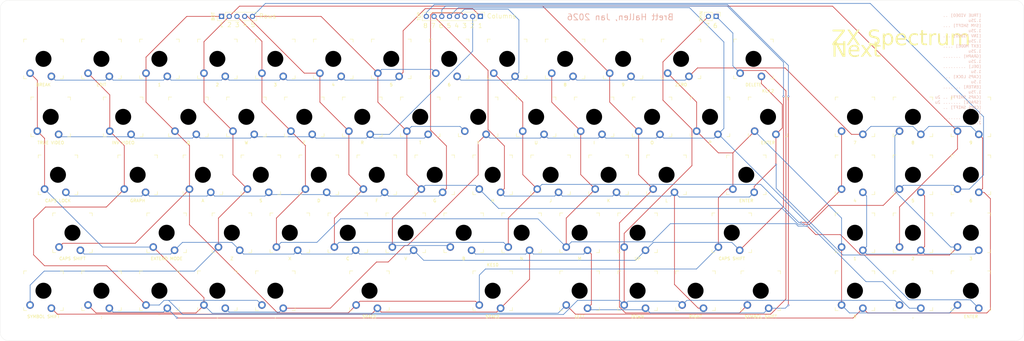
<source format=kicad_pcb>
(kicad_pcb (version 20241229) (generator "pcbnew") (generator_version "9.0")
  (title_block (title "ZX Spectrum Next Keyboard for Bare Board") (date "28/OCT/2025") (rev "A") (company "Brett Hallen") (comment 1 "www.youtube.com/@Brfff"))
  (layers (0 "F.Cu" signal) (2 "B.Cu" signal) (13 "F.Paste" user) (15 "B.Paste" user) (5 "F.SilkS" user "F.Silkscreen") (7 "B.SilkS" user "B.Silkscreen") (1 "F.Mask" user) (3 "B.Mask" user) (25 "Edge.Cuts" user))
  (net 0 "")
  (net 1 "/COL3")
  (net 2 "/COL8")
  (net 3 "/COL4")
  (net 4 "/COL7")
  (net 5 "/COL1")
  (net 6 "/COL6")
  (net 7 "/COL2")
  (net 8 "/COL5")
  (net 9 "/ROW4")
  (net 10 "/ROW5")
  (net 11 "/ROW2")
  (net 12 "/ROW3")
  (net 13 "/ROW1")
  (net 14 "/ROW6")
  (net 15 "/ROW7")
  (net 16 "Net-(NP1-Pad2)")
  (footprint "Clueless_Engineer:SW_Gateron_LowProfile_THT" (layer "F.Cu") (at 126.231786 142.032101)
    (property "Reference" "KD3" (hide yes))
    (property "Value" "Z")
  )
  (footprint "Clueless_Engineer:SW_Gateron_LowProfile_THT" (layer "F.Cu") (at 69.081686 122.982501)
    (property "Reference" "KC1" (hide yes))
    (property "Value" "CAPS LOCK")
  )
  (footprint "Clueless_Engineer:SW_Gateron_LowProfile_THT" (layer "F.Cu") (at 240.531786 142.032101)
    (property "Reference" "KD9" (hide yes))
    (property "Value" "M")
  )
  (footprint "Clueless_Engineer:SW_Gateron_LowProfile_THT" (layer "F.Cu") (at 202.431786 142.032101)
    (property "Reference" "KD7" (hide yes))
    (property "Value" "B")
  )
  (footprint "Clueless_Engineer:SW_Gateron_LowProfile_THT" (layer "F.Cu") (at 102.419086 161.082101)
    (property "Reference" "KE3" (hide yes))
    (property "Value" "\"")
  )
  (footprint "Clueless_Engineer:SW_Gateron_LowProfile_THT" (layer "F.Cu") (at 331.024686 142.032901)
    (property "Reference" "NP1" (hide yes))
    (property "Value" "1")
  )
  (footprint "Clueless_Engineer:SW_Gateron_LowProfile_THT" (layer "F.Cu") (at 83.369086 84.882101)
    (property "Reference" "KA2" (hide yes))
    (property "Value" "EDIT")
  )
  (footprint "Clueless_Engineer:SW_Gateron_LowProfile_THT" (layer "F.Cu") (at 369.125486 161.083301)
    (property "Reference" "NP12" (hide yes))
    (property "Value" "ENTER")
  )
  (footprint "Clueless_Engineer:SW_Gateron_LowProfile_THT" (layer "F.Cu") (at 226.244086 103.932101)
    (property "Reference" "KB9" (hide yes))
    (property "Value" "U")
  )
  (footprint "Clueless_Engineer:SW_Gateron_LowProfile_THT" (layer "F.Cu") (at 300.067786 161.083301)
    (property "Reference" "KE13" (hide yes))
    (property "Value" "SYMBOL SHIFT")
  )
  (footprint "Clueless_Engineer:SW_Gateron_LowProfile_THT" (layer "F.Cu") (at 350.075086 122.982501)
    (property "Reference" "NP5" (hide yes))
    (property "Value" "5")
  )
  (footprint "Clueless_Engineer:SW_Gateron_LowProfile_THT" (layer "F.Cu") (at 369.125486 142.032901)
    (property "Reference" "NP3" (hide yes))
    (property "Value" "3")
  )
  (footprint "Clueless_Engineer:SW_Gateron_LowProfile_THT" (layer "F.Cu") (at 104.800486 142.032101)
    (property "Reference" "KD2" (hide yes))
    (property "Value" "EXTEND MODE")
  )
  (footprint "Clueless_Engineer:SW_Gateron_LowProfile_THT" (layer "F.Cu") (at 221.481786 142.032101)
    (property "Reference" "KD8" (hide yes))
    (property "Value" "N")
  )
  (footprint "Clueless_Engineer:SW_Gateron_LowProfile_THT" (layer "F.Cu") (at 211.959686 161.083301)
    (property "Reference" "KE10")
    (property "Value" "SPACE")
  )
  (footprint "MountingHole:MountingHole_3.2mm_M3" (layer "F.Cu") (at 383.056001 174.056501)
    (property "Reference" "H8" (hide yes))
    (property "Value" "MountingHole" (hide yes))
  )
  (footprint "MountingHole:MountingHole_3.2mm_M3" (layer "F.Cu") (at 310.056001 174.056501)
    (property "Reference" "H6" (hide yes))
    (property "Value" "MountingHole" (hide yes))
  )
  (footprint "Clueless_Engineer:SW_Gateron_LowProfile_THT" (layer "F.Cu") (at 66.700386 103.932101)
    (property "Reference" "KB1" (hide yes))
    (property "Value" "TRUE VIDEO")
  )
  (footprint "Clueless_Engineer:SW_Gateron_LowProfile_THT" (layer "F.Cu") (at 197.669086 84.882101)
    (property "Reference" "KA8" (hide yes))
    (property "Value" "6")
  )
  (footprint "Clueless_Engineer:SW_Gateron_LowProfile_THT" (layer "F.Cu") (at 183.381786 142.032101)
    (property "Reference" "KD6" (hide yes))
    (property "Value" "V")
  )
  (footprint "Clueless_Engineer:SW_Gateron_LowProfile_THT" (layer "F.Cu") (at 207.194086 103.932101)
    (property "Reference" "KB8" (hide yes))
    (property "Value" "Y")
  )
  (footprint "Clueless_Engineer:SW_Gateron_LowProfile_THT" (layer "F.Cu") (at 350.075086 161.083301)
    (property "Reference" "NP11" (hide yes))
    (property "Value" ".")
  )
  (footprint "MountingHole:MountingHole_3.2mm_M3" (layer "F.Cu") (at 182.056001 174.056501)
    (property "Reference" "H5" (hide yes))
    (property "Value" "MountingHole" (hide yes))
  )
  (footprint "Clueless_Engineer:SW_Gateron_LowProfile_THT" (layer "F.Cu") (at 231.006686 122.982101)
    (property "Reference" "KC9" (hide yes))
    (property "Value" "J")
  )
  (footprint "Clueless_Engineer:SW_Gateron_LowProfile_THT" (layer "F.Cu") (at 90.512886 103.932101)
    (property "Reference" "KB2" (hide yes))
    (property "Value" "INV VIDEO")
  )
  (footprint "Clueless_Engineer:SW_Gateron_LowProfile_THT" (layer "F.Cu") (at 135.756686 122.982101)
    (property "Reference" "KC4" (hide yes))
    (property "Value" "S")
  )
  (footprint "Clueless_Engineer:SW_Gateron_LowProfile_THT" (layer "F.Cu") (at 171.477586 161.083301)
    (property "Reference" "KE6" (hide yes))
    (property "Value" "SPACE")
  )
  (footprint "Clueless_Engineer:SW_Gateron_LowProfile_THT" (layer "F.Cu") (at 173.856686 122.982101)
    (property "Reference" "KC6" (hide yes))
    (property "Value" "F")
  )
  (footprint "Clueless_Engineer:SW_Gateron_LowProfile_THT" (layer "F.Cu") (at 264.344086 103.932101)
    (property "Reference" "KB11" (hide yes))
    (property "Value" "O")
  )
  (footprint "Clueless_Engineer:SW_Gateron_LowProfile_THT" (layer "F.Cu") (at 130.994086 103.932101)
    (property "Reference" "KB4" (hide yes))
    (property "Value" "W")
  )
  (footprint "Clueless_Engineer:SW_Gateron_LowProfile_THT" (layer "F.Cu") (at 235.769086 84.882101)
    (property "Reference" "KA10" (hide yes))
    (property "Value" "8")
  )
  (footprint "MountingHole:MountingHole_3.2mm_M3" (layer "F.Cu") (at 53.556001 174.056501)
    (property "Reference" "H3" (hide yes))
    (property "Value" "MountingHole" (hide yes))
  )
  (footprint "Clueless_Engineer:SW_Gateron_LowProfile_THT" (layer "F.Cu") (at 154.806686 122.982101)
    (property "Reference" "KC5" (hide yes))
    (property "Value" "D")
  )
  (footprint "Clueless_Engineer:SW_Gateron_LowProfile_THT" (layer "F.Cu") (at 250.056686 122.982101)
    (property "Reference" "KC10" (hide yes))
    (property "Value" "K")
  )
  (footprint "Connector_PinHeader_2.54mm:PinHeader_1x08_P2.54mm_Vertical" (layer "F.Cu") (at 207.929086 70.922101 -90)
    (property "Reference" "J1" (hide yes))
    (property "Value" "TOP")
  )
  (footprint "Clueless_Engineer:SW_Gateron_LowProfile_THT" (layer "F.Cu") (at 116.706686 122.982101)
    (property "Reference" "KC3" (hide yes))
    (property "Value" "A")
  )
  (footprint "Clueless_Engineer:SW_Gateron_LowProfile_THT" (layer "F.Cu") (at 369.125486 122.982501)
    (property "Reference" "NP6" (hide yes))
    (property "Value" "6")
  )
  (footprint "Clueless_Engineer:SW_Gateron_LowProfile_THT" (layer "F.Cu") (at 269.106686 122.982101)
    (property "Reference" "KC11" (hide yes))
    (property "Value" "L")
  )
  (footprint "Clueless_Engineer:SW_Gateron_LowProfile_THT" (layer "F.Cu") (at 283.394086 103.932101)
    (property "Reference" "KB12" (hide yes))
    (property "Value" "P")
  )
  (footprint "Clueless_Engineer:SW_Gateron_LowProfile_THT" (layer "F.Cu") (at 150.044086 103.932101)
    (property "Reference" "KB5" (hide yes))
    (property "Value" "E")
  )
  (footprint "Clueless_Engineer:SW_Gateron_LowProfile_THT" (layer "F.Cu") (at 245.294086 103.932101)
    (property "Reference" "KB10" (hide yes))
    (property "Value" "I")
  )
  (footprint "Clueless_Engineer:SW_Gateron_LowProfile_THT" (layer "F.Cu") (at 121.469086 84.882101)
    (property "Reference" "KA4" (hide yes))
    (property "Value" "2")
  )
  (footprint "Clueless_Engineer:SW_Gateron_LowProfile_THT" (layer "F.Cu") (at 259.581786 142.032101)
    (property "Reference" "KD10" (hide yes))
    (property "Value" "UP")
  )
  (footprint "Clueless_Engineer:SW_Gateron_LowProfile_THT" (layer "F.Cu") (at 216.719086 84.882101)
    (property "Reference" "KA9" (hide yes))
    (property "Value" "7")
  )
  (footprint "Clueless_Engineer:SW_Gateron_LowProfile_THT" (layer "F.Cu") (at 302.449086 103.932101)
    (property "Reference" "KC12")
    (property "Value" "ENTER")
  )
  (footprint "Clueless_Engineer:SW_Gateron_LowProfile_THT" (layer "F.Cu") (at 188.144086 103.932101)
    (property "Reference" "KB7" (hide yes))
    (property "Value" "T")
  )
  (footprint "Clueless_Engineer:SW_Gateron_LowProfile_THT" (layer "F.Cu") (at 140.519086 84.882101)
    (property "Reference" "KA5" (hide yes))
    (property "Value" "3")
  )
  (footprint "Clueless_Engineer:SW_Gateron_LowProfile_THT" (layer "F.Cu") (at 140.519086 161.082101)
    (property "Reference" "KE5" (hide yes))
    (property "Value" ".")
  )
  (footprint "Clueless_Engineer:SW_Gateron_LowProfile_THT" (layer "F.Cu") (at 350.075086 103.932101)
    (property "Reference" "NP8" (hide yes))
    (property "Value" "8")
  )
  (footprint "Clueless_Engineer:SW_Gateron_LowProfile_THT" (layer "F.Cu") (at 369.125486 103.932101)
    (property "Reference" "NP9" (hide yes))
    (property "Value" "9")
  )
  (footprint "Clueless_Engineer:SW_Gateron_LowProfile_THT" (layer "F.Cu") (at 331.024686 103.932101)
    (property "Reference" "NP7" (hide yes))
    (property "Value" "7")
  )
  (footprint "Clueless_Engineer:SW_Gateron_LowProfile_THT" (layer "F.Cu") (at 350.075086 142.032901)
    (property "Reference" "NP2" (hide yes))
    (property "Value" "2")
  )
  (footprint "Clueless_Engineer:SW_Gateron_LowProfile_THT" (layer "F.Cu") (at 178.619086 84.882101)
    (property "Reference" "KA7" (hide yes))
    (property "Value" "5")
  )
  (footprint "Clueless_Engineer:SW_Gateron_LowProfile_THT" (layer "F.Cu") (at 95.275486 122.982101)
    (property "Reference" "KC2" (hide yes))
    (property "Value" "GRAPH")
  )
  (footprint "Clueless_Engineer:SW_Gateron_LowProfile_THT" (layer "F.Cu") (at 64.319086 84.882101)
    (property "Reference" "KA1" (hide yes))
    (property "Value" "BREAK")
  )
  (footprint "Clueless_Engineer:SW_Gateron_LowProfile_THT" (layer "F.Cu") (at 297.686486 84.881701)
    (property "Reference" "KA13" (hide yes))
    (property "Value" "DELETE")
  )
  (footprint "Clueless_Engineer:SW_Gateron_LowProfile_THT" (layer "F.Cu") (at 240.531786 161.082101)
    (property "Reference" "KE7" (hide yes))
    (property "Value" "LEFT")
  )
  (footprint "MountingHole:MountingHole_3.2mm_M3" (layer "F.Cu") (at 54.056001 71.056501)
    (property "Reference" "H1" (hide yes))
    (property "Value" "MountingHole" (hide yes))
  )
  (footprint "Clueless_Engineer:SW_Gateron_LowProfile_THT" (layer "F.Cu") (at 169.094086 103.932101)
    (property "Reference" "KB6" (hide yes))
    (property "Value" "R")
  )
  (footprint "Clueless_Engineer:SW_Gateron_LowProfile_THT" (layer "F.Cu") (at 73.844286 142.032101)
    (property "Reference" "KD1" (hide yes))
    (property "Value" "CAPS SHIFT")
  )
  (footprint "Clueless_Engineer:SW_Gateron_LowProfile_THT" (layer "F.Cu") (at 164.331786 142.032101)
    (property "Reference" "KD5" (hide yes))
    (property "Value" "C")
  )
  (footprint "Clueless_Engineer:SW_Gateron_LowProfile_THT" (layer "F.Cu") (at 159.569086 84.882101)
    (property "Reference" "KA6" (hide yes))
    (property "Value" "4")
  )
  (footprint "Clueless_Engineer:SW_Gateron_LowProfile_THT" (layer "F.Cu") (at 111.944086 103.932101)
    (property "Reference" "KB3" (hide yes))
    (property "Value" "Q")
  )
  (footprint "Clueless_Engineer:SW_Gateron_LowProfile_THT" (layer "F.Cu") (at 290.542586 142.032901)
    (property "Reference" "KD11" (hide yes))
    (property "Value" "CAPS SHIFT")
  )
  (footprint "Clueless_Engineer:SW_Gateron_LowProfile_THT" (layer "F.Cu") (at 278.636086 161.083301)
    (property "Reference" "KE9" (hide yes))
    (property "Value" "RIGHT")
  )
  (footprint "Clueless_Engineer:SW_Gateron_LowProfile_THT" (layer "F.Cu") (at 254.819086 84.882101)
    (property "Reference" "KA11" (hide yes))
    (property "Value" "9")
  )
  (footprint "Connector_PinHeader_2.54mm:PinHeader_1x05_P2.54mm_Vertical" (layer "F.Cu") (at 122.839086 70.922101 90)
    (property "Reference" "J2" (hide yes))
    (property "Value" "BOT")
  )
  (footprint "Clueless_Engineer:SW_Gateron_LowProfile_THT" (layer "F.Cu") (at 102.419086 84.882101)
    (property "Reference" "KA3" (hide yes))
    (property "Value" "1")
  )
  (footprint "MountingHole:MountingHole_3.2mm_M3" (layer "F.Cu") (at 383.056001 71.056501)
    (property "Reference" "H7" (hide yes))
    (property "Value" "MountingHole" (hide yes))
  )
  (footprint "Clueless_Engineer:SW_Gateron_LowProfile_THT" (layer "F.Cu") (at 121.469086 161.082101)
    (property "Reference" "KE4" (hide yes))
    (property "Value" ",")
  )
  (footprint "Clueless_Engineer:SW_Gateron_LowProfile_THT" (layer "F.Cu") (at 295.305186 122.982501)
    (property "Reference" "KB13" (hide yes))
    (property "Value" "ENTER")
  )
  (footprint "Clueless_Engineer:SW_Gateron_LowProfile_THT" (layer "F.Cu") (at 259.585686 161.083301)
    (property "Reference" "KE8" (hide yes))
    (property "Value" "DOWN")
  )
  (footprint "MountingHole:MountingHole_3.2mm_M3" (layer "F.Cu") (at 182.056001 71.056501)
    (property "Reference" "H2" (hide yes))
    (property "Value" "MountingHole" (hide yes))
  )
  (footprint "Clueless_Engineer:SW_Gateron_LowProfile_THT" (layer "F.Cu") (at 192.906686 122.982101)
    (property "Reference" "KC7" (hide yes))
    (property "Value" "G")
  )
  (footprint "Clueless_Engineer:SW_Gateron_LowProfile_THT" (layer "F.Cu") (at 64.319086 161.082101)
    (property "Reference" "KE1" (hide yes))
    (property "Value" "SYMBOL SHIFT")
  )
  (footprint "Clueless_Engineer:SW_Gateron_LowProfile_THT" (layer "F.Cu") (at 273.869086 84.882101)
    (property "Reference" "KA12" (hide yes))
    (property "Value" "ZERO")
  )
  (footprint "Clueless_Engineer:SW_Gateron_LowProfile_THT" (layer "F.Cu") (at 331.024686 161.083301)
    (property "Reference" "NP10" (hide yes))
    (property "Value" "0")
  )
  (footprint "Connector_PinHeader_2.54mm:PinHeader_1x02_P2.54mm_Vertical" (layer "F.Cu") (at 285.399086 70.922101 -90)
    (property "Reference" "J3" (hide yes))
    (property "Value" "2PIN")
  )
  (footprint "Clueless_Engineer:SW_Gateron_LowProfile_THT" (layer "F.Cu") (at 331.024686 122.982501)
    (property "Reference" "NP4" (hide yes))
    (property "Value" "4")
  )
  (footprint "MountingHole:MountingHole_3.2mm_M3" (layer "F.Cu") (at 310.056001 71.056501)
    (property "Reference" "H4" (hide yes))
    (property "Value" "MountingHole" (hide yes))
  )
  (footprint "Clueless_Engineer:SW_Gateron_LowProfile_THT" (layer "F.Cu") (at 145.281786 142.032101)
    (property "Reference" "KD4" (hide yes))
    (property "Value" "X")
  )
  (footprint "Clueless_Engineer:SW_Gateron_LowProfile_THT" (layer "F.Cu") (at 83.369086 161.082101)
    (property "Reference" "KE2" (hide yes))
    (property "Value" ";")
  )
  (footprint "Clueless_Engineer:SW_Gateron_LowProfile_THT" (layer "F.Cu") (at 211.956686 122.982101)
    (property "Reference" "KC8" (hide yes))
    (property "Value" "H")
  )
  (gr_arc (start 383.556001 65.556501) (mid 385.67732 66.435181) (end 386.556001 68.556501) (stroke (width 0.05)) (layer "Edge.Cuts"))
  (gr_line (start 383.556001 177.556501) (end 53.056001 177.556501) (stroke (width 0.05)) (layer "Edge.Cuts"))
  (gr_arc (start 53.056001 177.556501) (mid 50.93468 176.677822) (end 50.056001 174.556501) (stroke (width 0.05)) (layer "Edge.Cuts"))
  (gr_arc (start 386.556001 174.556501) (mid 385.677321 176.677821) (end 383.556001 177.556501) (stroke (width 0.05)) (layer "Edge.Cuts"))
  (gr_line (start 386.556001 68.556501) (end 386.556001 174.556501) (stroke (width 0.05)) (layer "Edge.Cuts"))
  (gr_line (start 50.056001 174.556501) (end 50.056001 68.556501) (stroke (width 0.05)) (layer "Edge.Cuts"))
  (gr_arc (start 50.056001 68.556501) (mid 50.934681 66.435181) (end 53.056001 65.556501) (stroke (width 0.05)) (layer "Edge.Cuts"))
  (gr_line (start 53.056001 65.556501) (end 383.556001 65.556501) (stroke (width 0.05)) (layer "Edge.Cuts"))
  (gr_text "ZX Spectrum" (at 323.296001 81.216501 0) (layer "F.SilkS") (effects (font (size 5 5) (thickness 0.375)) (justify left bottom)))
  (gr_text "1 2 3 4 5" (at 122.056001 74.556501 0) (layer "F.SilkS") (effects (font (size 1.5 1.5)) (justify left bottom)))
  (gr_text "7 6" (at 281.751001 74.866501 0) (layer "F.SilkS") (effects (font (size 1.5 1.5)) (justify left bottom)))
  (gr_text "8 7 6 5 4 3 2 1" (at 189.041001 74.866501 0) (layer "F.SilkS") (effects (font (size 1.5 1.5)) (justify left bottom)))
  (gr_text "Rows" (at 135.066001 71.691501 0) (layer "F.SilkS") (effects (font (size 1.5 1.5)) (justify left bottom)))
  (gr_text "Columns" (at 209.996001 71.691501 0) (layer "F.SilkS") (effects (font (size 1.5 1.5)) (justify left bottom)))
  (gr_text "Next" (at 323.296001 85.026501 0) (layer "F.SilkS") (effects (font (size 5 5) (thickness 0.375)) (justify left bottom)))
  (gr_text "Brett Hallen, Jan 2026" (at 271.591001 72.326501 0) (layer "B.SilkS") (effects (font (size 2 2) (thickness 0.25)) (justify left bottom mirror)))
  (gr_text_box "[TRUE VIDEO] .. 1.25u\n[SYM SHIFT] ... 1.25u\n[INV VIDEO] ... 1.25u\n[EXT MODE] .... 1.25u\n[GRAPH] ....... 1.25u\n[DEL] ......... 1.5u\n[CAPS LOCK] ... 1.5u\n[ENTER] ....... 1.75u\n[CAPS SHIFT] .. 2u\n[SPACE] ....... 2u\n[CAPS SHIFT] .. 2.25u\n[SPACE] ....... 2.25u" (start 355.243742 69.056501) (end 373.556001 85.637942) (margins 1.0025 1.0025 1.0025 1.0025) (layer "B.SilkS") (effects (font (size 1 1)) (justify left top mirror)) (border no))
  (segment (start 196.756685 127.482102) (end 195.506686 128.732101) (width 0.2) (layer "F.Cu") (net 1))
  (segment (start 202.849086 70.922101) (end 201.698086 69.771101) (width 0.2) (layer "F.Cu") (net 1))
  (segment (start 192.212326 69.771101) (end 191.538086 70.445341) (width 0.2) (layer "F.Cu") (net 1))
  (segment (start 196.756685 113.501254) (end 196.756685 127.482102) (width 0.2) (layer "F.Cu") (net 1))
  (segment (start 201.698086 69.771101) (end 192.212326 69.771101) (width 0.2) (layer "F.Cu") (net 1))
  (segment (start 191.538086 108.282655) (end 196.756685 113.501254) (width 0.2) (layer "F.Cu") (net 1))
  (segment (start 191.538086 70.445341) (end 191.538086 108.282655) (width 0.2) (layer "F.Cu") (net 1))
  (segment (start 118.056687 129.9821) (end 119.306686 128.732101) (width 0.2) (layer "B.Cu") (net 1))
  (segment (start 72.931685 129.9821) (end 96.625487 129.9821) (width 0.2) (layer "B.Cu") (net 1))
  (segment (start 177.706685 129.9821) (end 176.456686 128.732101) (width 0.2) (layer "B.Cu") (net 1))
  (segment (start 119.306686 128.732101) (end 120.556685 129.9821) (width 0.2) (layer "B.Cu") (net 1))
  (segment (start 194.256687 129.9821) (end 177.706685 129.9821) (width 0.2) (layer "B.Cu") (net 1))
  (segment (start 97.875486 128.732101) (end 99.125485 129.9821) (width 0.2) (layer "B.Cu") (net 1))
  (segment (start 138.356686 128.732101) (end 139.106686 129.482101) (width 0.2) (layer "B.Cu") (net 1))
  (segment (start 139.106686 129.482101) (end 156.656686 129.482101) (width 0.2) (layer "B.Cu") (net 1))
  (segment (start 158.656685 129.9821) (end 175.206687 129.9821) (width 0.2) (layer "B.Cu") (net 1))
  (segment (start 99.125485 129.9821) (end 118.056687 129.9821) (width 0.2) (layer "B.Cu") (net 1))
  (segment (start 120.556685 129.9821) (end 137.106687 129.9821) (width 0.2) (layer "B.Cu") (net 1))
  (segment (start 195.506686 128.732101) (end 194.256687 129.9821) (width 0.2) (layer "B.Cu") (net 1))
  (segment (start 137.106687 129.9821) (end 138.356686 128.732101) (width 0.2) (layer "B.Cu") (net 1))
  (segment (start 157.406686 128.732101) (end 158.656685 129.9821) (width 0.2) (layer "B.Cu") (net 1))
  (segment (start 71.681686 128.732101) (end 72.931685 129.9821) (width 0.2) (layer "B.Cu") (net 1))
  (segment (start 156.656686 129.482101) (end 157.406686 128.732101) (width 0.2) (layer "B.Cu") (net 1))
  (segment (start 96.625487 129.9821) (end 97.875486 128.732101) (width 0.2) (layer "B.Cu") (net 1))
  (segment (start 175.206687 129.9821) (end 176.456686 128.732101) (width 0.2) (layer "B.Cu") (net 1))
  (segment (start 244.381785 165.582102) (end 243.131786 166.832101) (width 0.2) (layer "F.Cu") (net 2))
  (segment (start 243.131786 147.782101) (end 244.381785 149.0321) (width 0.2) (layer "F.Cu") (net 2))
  (segment (start 244.381785 149.0321) (end 244.381785 165.582102) (width 0.2) (layer "F.Cu") (net 2))
  (segment (start 174.077586 166.833301) (end 175.327585 168.0833) (width 0.2) (layer "F.Cu") (net 2))
  (segment (start 175.327585 168.0833) (end 213.309687 168.0833) (width 0.2) (layer "F.Cu") (net 2))
  (segment (start 309.137786 165.838601) (end 309.137786 97.238601) (width 0.2) (layer "F.Cu") (net 2))
  (segment (start 66.919086 166.832101) (end 68.871086 168.784101) (width 0.2) (layer "F.Cu") (net 2))
  (segment (start 224.081786 157.311201) (end 224.081786 147.782101) (width 0.2) (layer "F.Cu") (net 2))
  (segment (start 172.126786 168.784101) (end 174.077586 166.833301) (width 0.2) (layer "F.Cu") (net 2))
  (segment (start 68.871086 168.784101) (end 172.126786 168.784101) (width 0.2) (layer "F.Cu") (net 2))
  (segment (start 214.559686 166.833301) (end 224.081786 157.311201) (width 0.2) (layer "F.Cu") (net 2))
  (segment (start 213.309687 168.0833) (end 214.559686 166.833301) (width 0.2) (layer "F.Cu") (net 2))
  (via (at 309.137786 165.838601) (size 0.6) (drill 0.3) (layers "F.Cu" "B.Cu") (net 2))
  (via (at 309.137786 97.238601) (size 0.6) (drill 0.3) (layers "F.Cu" "B.Cu") (net 2))
  (segment (start 225.331785 149.0321) (end 241.881787 149.0321) (width 0.2) (layer "B.Cu") (net 2))
  (segment (start 308.737786 86.640801) (end 289.153486 67.056501) (width 0.2) (layer "B.Cu") (net 2))
  (segment (start 308.737786 86.640801) (end 309.137786 87.040801) (width 0.2) (layer "B.Cu") (net 2))
  (segment (start 243.131786 166.832101) (end 243.632786 167.333101) (width 0.2) (layer "B.Cu") (net 2))
  (segment (start 222.831787 149.0321) (end 224.081786 147.782101) (width 0.2) (layer "B.Cu") (net 2))
  (segment (start 261.680786 167.333101) (end 262.181786 166.832101) (width 0.2) (layer "B.Cu") (net 2))
  (segment (start 263.732786 168.383101) (end 301.117986 168.383101) (width 0.2) (layer "B.Cu") (net 2))
  (segment (start 224.081786 147.782101) (end 225.331785 149.0321) (width 0.2) (layer "B.Cu") (net 2))
  (segment (start 243.632786 167.333101) (end 261.680786 167.333101) (width 0.2) (layer "B.Cu") (net 2))
  (segment (start 308.132486 166.833301) (end 302.667786 166.833301) (width 0.2) (layer "B.Cu") (net 2))
  (segment (start 302.667786 166.833301) (end 301.117986 168.383101) (width 0.2) (layer "B.Cu") (net 2))
  (segment (start 241.881787 149.0321) (end 243.131786 147.782101) (width 0.2) (layer "B.Cu") (net 2))
  (segment (start 262.181786 166.832101) (end 263.732786 168.383101) (width 0.2) (layer "B.Cu") (net 2))
  (segment (start 309.137786 87.040801) (end 309.137786 97.238601) (width 0.2) (layer "B.Cu") (net 2))
  (segment (start 309.137786 165.838601) (end 309.127186 165.838601) (width 0.2) (layer "B.Cu") (net 2))
  (segment (start 309.127186 165.838601) (end 308.132486 166.833301) (width 0.2) (layer "B.Cu") (net 2))
  (segment (start 190.149086 69.652101) (end 190.149086 70.922101) (width 0.2) (layer "B.Cu") (net 2))
  (segment (start 192.744686 67.056501) (end 190.149086 69.652101) (width 0.2) (layer "B.Cu") (net 2))
  (segment (start 205.031786 147.782101) (end 206.281785 149.0321) (width 0.2) (layer "B.Cu") (net 2))
  (segment (start 289.153486 67.056501) (end 192.744686 67.056501) (width 0.2) (layer "B.Cu") (net 2))
  (segment (start 206.281785 149.0321) (end 222.831787 149.0321) (width 0.2) (layer "B.Cu") (net 2))
  (segment (start 373.431686 128.732501) (end 371.725486 128.732501) (width 0.2) (layer "F.Cu") (net 3))
  (segment (start 375.537786 167.238601) (end 375.537786 130.838601) (width 0.2) (layer "F.Cu") (net 3))
  (segment (start 375.537786 130.838601) (end 373.431686 128.732501) (width 0.2) (layer "F.Cu") (net 3))
  (segment (start 308.100709 87.914678) (end 308.044132 87.858101) (width 0.2) (layer "F.Cu") (net 3))
  (segment (start 86.345086 166.456101) (end 85.969086 166.832101) (width 0.2) (layer "F.Cu") (net 3))
  (segment (start 374.392086 168.384301) (end 375.537786 167.238601) (width 0.2) (layer "F.Cu") (net 3))
  (segment (start 371.725486 109.682101) (end 372.975485 110.9321) (width 0.2) (layer "F.Cu") (net 3))
  (segment (start 329.868132 109.682101) (end 308.044132 87.858101) (width 0.2) (layer "F.Cu") (net 3))
  (segment (start 333.624686 166.833301) (end 335.175686 168.384301) (width 0.2) (layer "F.Cu") (net 3))
  (segment (start 330.401486 170.056501) (end 333.624686 166.833301) (width 0.2) (layer "F.Cu") (net 3))
  (segment (start 308.044132 87.858101) (end 279.243086 87.858101) (width 0.2) (layer "F.Cu") (net 3))
  (segment (start 333.624686 109.682101) (end 329.868132 109.682101) (width 0.2) (layer "F.Cu") (net 3))
  (segment (start 372.975485 110.9321) (end 372.975485 127.482502) (width 0.2) (layer "F.Cu") (net 3))
  (segment (start 372.975485 127.482502) (end 371.725486 128.732501) (width 0.2) (layer "F.Cu") (net 3))
  (segment (start 108.149743 169.962759) (end 108.243485 170.056501) (width 0.2) (layer "F.Cu") (net 3))
  (segment (start 335.175686 168.384301) (end 374.392086 168.384301) (width 0.2) (layer "F.Cu") (net 3))
  (segment (start 279.243086 87.858101) (end 276.469086 90.632101) (width 0.2) (layer "F.Cu") (net 3))
  (segment (start 108.243485 170.056501) (end 330.401486 170.056501) (width 0.2) (layer "F.Cu") (net 3))
  (segment (start 308.044132 87.858101) (end 307.937786 87.858101) (width 0.2) (layer "F.Cu") (net 3))
  (via (at 108.149743 169.962759) (size 0.6) (drill 0.3) (layers "F.Cu" "B.Cu") (net 3))
  (segment (start 220.569085 89.382102) (end 219.319086 90.632101) (width 0.2) (layer "B.Cu") (net 3))
  (segment (start 256.169087 91.8821) (end 239.619085 91.8821) (width 0.2) (layer "B.Cu") (net 3))
  (segment (start 258.669085 91.8821) (end 257.419086 90.632101) (width 0.2) (layer "B.Cu") (net 3))
  (segment (start 369.124486 107.081101) (end 355.276086 107.081101) (width 0.2) (layer "B.Cu") (net 3))
  (segment (start 220.569085 72.0651) (end 220.569085 89.382102) (width 0.2) (layer "B.Cu") (net 3))
  (segment (start 220.569085 91.8821) (end 237.119087 91.8821) (width 0.2) (layer "B.Cu") (net 3))
  (segment (start 355.276086 107.081101) (end 352.675086 109.682101) (width 0.2) (layer "B.Cu") (net 3))
  (segment (start 336.225686 107.081101) (end 333.624686 109.682101) (width 0.2) (layer "B.Cu") (net 3))
  (segment (start 201.519085 91.8821) (end 218.069087 91.8821) (width 0.2) (layer "B.Cu") (net 3))
  (segment (start 276.469086 90.632101) (end 275.219087 91.8821) (width 0.2) (layer "B.Cu") (net 3))
  (segment (start 200.269086 90.632101) (end 201.519085 91.8821) (width 0.2) (layer "B.Cu") (net 3))
  (segment (start 85.969086 166.832101) (end 87.219085 168.0821) (width 0.2) (layer "B.Cu") (net 3))
  (segment (start 371.725486 109.682101) (end 369.124486 107.081101) (width 0.2) (layer "B.Cu") (net 3))
  (segment (start 202.674686 68.556501) (end 217.060486 68.556501) (width 0.2) (layer "B.Cu") (net 3))
  (segment (start 200.309086 70.922101) (end 202.674686 68.556501) (width 0.2) (layer "B.Cu") (net 3))
  (segment (start 103.769087 168.0821) (end 105.019086 166.832101) (width 0.2) (layer "B.Cu") (net 3))
  (segment (start 350.074086 107.081101) (end 336.225686 107.081101) (width 0.2) (layer "B.Cu") (net 3))
  (segment (start 108.149743 169.962759) (end 105.019086 166.832101) (width 0.2) (layer "B.Cu") (net 3))
  (segment (start 352.675086 109.682101) (end 350.074086 107.081101) (width 0.2) (layer "B.Cu") (net 3))
  (segment (start 239.619085 91.8821) (end 238.369086 90.632101) (width 0.2) (layer "B.Cu") (net 3))
  (segment (start 108.149744 169.962759) (end 108.149743 169.962759) (width 0.2) (layer "B.Cu") (net 3))
  (segment (start 237.119087 91.8821) (end 238.369086 90.632101) (width 0.2) (layer "B.Cu") (net 3))
  (segment (start 257.419086 90.632101) (end 256.169087 91.8821) (width 0.2) (layer "B.Cu") (net 3))
  (segment (start 275.219087 91.8821) (end 258.669085 91.8821) (width 0.2) (layer "B.Cu") (net 3))
  (segment (start 219.319086 90.632101) (end 220.569085 91.8821) (width 0.2) (layer "B.Cu") (net 3))
  (segment (start 217.060486 68.556501) (end 220.569085 72.0651) (width 0.2) (layer "B.Cu") (net 3))
  (segment (start 87.219085 168.0821) (end 103.769087 168.0821) (width 0.2) (layer "B.Cu") (net 3))
  (segment (start 218.069087 91.8821) (end 219.319086 90.632101) (width 0.2) (layer "B.Cu") (net 3))
  (segment (start 307.137786 99.869501) (end 300.286486 93.018201) (width 0.2) (layer "F.Cu") (net 4))
  (segment (start 305.049086 119.638601) (end 304.894748 119.792939) (width 0.2) (layer "F.Cu") (net 4))
  (segment (start 215.806685 127.482102) (end 214.556686 128.732101) (width 0.2) (layer "F.Cu") (net 4))
  (segment (start 307.137786 107.593401) (end 307.137786 99.869501) (width 0.2) (layer "F.Cu") (net 4))
  (segment (start 279.519086 166.832101) (end 281.231786 166.832101) (width 0.2) (layer "F.Cu") (net 4))
  (segment (start 304.894748 119.838601) (end 297.905186 126.828163) (width 0.2) (layer "F.Cu") (net 4))
  (segment (start 210.436532 88.669547) (end 210.436532 108.131101) (width 0.2) (layer "F.Cu") (net 4))
  (segment (start 305.049086 119.638601) (end 305.049086 109.682101) (width 0.2) (layer "F.Cu") (net 4))
  (segment (start 271.706686 128.732101) (end 271.706686 159.019701) (width 0.2) (layer "F.Cu") (net 4))
  (segment (start 300.286486 93.018201) (end 300.286486 90.631701) (width 0.2) (layer "F.Cu") (net 4))
  (segment (start 192.689086 70.922101) (end 210.436532 88.669547) (width 0.2) (layer "F.Cu") (net 4))
  (segment (start 210.436532 108.131101) (end 215.806685 113.501254) (width 0.2) (layer "F.Cu") (net 4))
  (segment (start 215.806685 113.501254) (end 215.806685 127.482102) (width 0.2) (layer "F.Cu") (net 4))
  (segment (start 271.706686 159.019701) (end 279.519086 166.832101) (width 0.2) (layer "F.Cu") (net 4))
  (segment (start 305.049086 109.682101) (end 307.137786 107.593401) (width 0.2) (layer "F.Cu") (net 4))
  (segment (start 304.894748 119.792939) (end 304.894748 119.838601) (width 0.2) (layer "F.Cu") (net 4))
  (segment (start 297.905186 126.828163) (end 297.905186 128.732501) (width 0.2) (layer "F.Cu") (net 4))
  (via (at 305.049086 119.638601) (size 0.6) (drill 0.3) (layers "F.Cu" "B.Cu") (net 4))
  (segment (start 305.049086 119.638601) (end 305.137786 119.727301) (width 0.2) (layer "B.Cu") (net 4))
  (segment (start 305.137786 119.727301) (end 305.137786 127.439447) (width 0.2) (layer "B.Cu") (net 4))
  (segment (start 296.353167 130.28452) (end 273.259105 130.28452) (width 0.2) (layer "B.Cu") (net 4))
  (segment (start 348.758486 164.059301) (end 368.951486 164.059301) (width 0.2) (layer "B.Cu") (net 4))
  (segment (start 251.406687 129.9821) (end 234.856685 129.9821) (width 0.2) (layer "B.Cu") (net 4))
  (segment (start 271.706686 128.732101) (end 270.456687 129.9821) (width 0.2) (layer "B.Cu") (net 4))
  (segment (start 273.259105 130.28452) (end 271.706686 128.732101) (width 0.2) (layer "B.Cu") (net 4))
  (segment (start 305.137786 127.439447) (end 327.03224 149.333901) (width 0.2) (layer "B.Cu") (net 4))
  (segment (start 368.951486 164.059301) (end 371.725486 166.833301) (width 0.2) (layer "B.Cu") (net 4))
  (segment (start 233.606686 128.732101) (end 232.356687 129.9821) (width 0.2) (layer "B.Cu") (net 4))
  (segment (start 327.03224 149.333901) (end 334.033086 149.333901) (width 0.2) (layer "B.Cu") (net 4))
  (segment (start 334.033086 149.333901) (end 348.758486 164.059301) (width 0.2) (layer "B.Cu") (net 4))
  (segment (start 253.906685 129.9821) (end 252.656686 128.732101) (width 0.2) (layer "B.Cu") (net 4))
  (segment (start 232.356687 129.9821) (end 215.806685 129.9821) (width 0.2) (layer "B.Cu") (net 4))
  (segment (start 252.656686 128.732101) (end 251.406687 129.9821) (width 0.2) (layer "B.Cu") (net 4))
  (segment (start 270.456687 129.9821) (end 253.906685 129.9821) (width 0.2) (layer "B.Cu") (net 4))
  (segment (start 234.856685 129.9821) (end 233.606686 128.732101) (width 0.2) (layer "B.Cu") (net 4))
  (segment (start 215.806685 129.9821) (end 214.556686 128.732101) (width 0.2) (layer "B.Cu") (net 4))
  (segment (start 297.905186 128.732501) (end 296.353167 130.28452) (width 0.2) (layer "B.Cu") (net 4))
  (segment (start 189.769086 68.382101) (end 182.529086 75.622101) (width 0.2) (layer "F.Cu") (net 5))
  (segment (start 182.529086 75.622101) (end 182.529086 89.322101) (width 0.2) (layer "F.Cu") (net 5))
  (segment (start 182.529086 89.322101) (end 181.219086 90.632101) (width 0.2) (layer "F.Cu") (net 5))
  (segment (start 205.389086 68.382101) (end 189.769086 68.382101) (width 0.2) (layer "F.Cu") (net 5))
  (segment (start 207.929086 70.922101) (end 205.389086 68.382101) (width 0.2) (layer "F.Cu") (net 5))
  (segment (start 160.919087 91.8821) (end 162.169086 90.632101) (width 0.2) (layer "B.Cu") (net 5))
  (segment (start 122.819087 91.8821) (end 124.069086 90.632101) (width 0.2) (layer "B.Cu") (net 5))
  (segment (start 84.719087 91.8821) (end 85.969086 90.632101) (width 0.2) (layer "B.Cu") (net 5))
  (segment (start 162.169086 90.632101) (end 163.419085 91.8821) (width 0.2) (layer "B.Cu") (net 5))
  (segment (start 103.769087 91.8821) (end 105.019086 90.632101) (width 0.2) (layer "B.Cu") (net 5))
  (segment (start 163.419085 91.8821) (end 179.969087 91.8821) (width 0.2) (layer "B.Cu") (net 5))
  (segment (start 141.869087 91.8821) (end 143.119086 90.632101) (width 0.2) (layer "B.Cu") (net 5))
  (segment (start 179.969087 91.8821) (end 181.219086 90.632101) (width 0.2) (layer "B.Cu") (net 5))
  (segment (start 87.219085 91.8821) (end 103.769087 91.8821) (width 0.2) (layer "B.Cu") (net 5))
  (segment (start 105.019086 90.632101) (end 106.269085 91.8821) (width 0.2) (layer "B.Cu") (net 5))
  (segment (start 144.369085 91.8821) (end 160.919087 91.8821) (width 0.2) (layer "B.Cu") (net 5))
  (segment (start 66.919086 90.632101) (end 68.169085 91.8821) (width 0.2) (layer "B.Cu") (net 5))
  (segment (start 125.319085 91.8821) (end 141.869087 91.8821) (width 0.2) (layer "B.Cu") (net 5))
  (segment (start 85.969086 90.632101) (end 87.219085 91.8821) (width 0.2) (layer "B.Cu") (net 5))
  (segment (start 106.269085 91.8821) (end 122.819087 91.8821) (width 0.2) (layer "B.Cu") (net 5))
  (segment (start 124.069086 90.632101) (end 125.319085 91.8821) (width 0.2) (layer "B.Cu") (net 5))
  (segment (start 143.119086 90.632101) (end 144.369085 91.8821) (width 0.2) (layer "B.Cu") (net 5))
  (segment (start 68.169085 91.8821) (end 84.719087 91.8821) (width 0.2) (layer "B.Cu") (net 5))
  (segment (start 106.341786 147.782101) (end 107.400486 147.782101) (width 0.2) (layer "F.Cu") (net 6))
  (segment (start 307.537786 133.387701) (end 307.537786 97.238601) (width 0.2) (layer "F.Cu") (net 6))
  (segment (start 293.142586 147.782901) (end 307.537786 133.387701) (width 0.2) (layer "F.Cu") (net 6))
  (via (at 307.537786 97.238601) (size 0.6) (drill 0.3) (layers "F.Cu" "B.Cu") (net 6))
  (segment (start 107.400486 147.782101) (end 110.001486 145.181101) (width 0.2) (layer "B.Cu") (net 6))
  (segment (start 189.281786 151.082101) (end 185.981786 147.782101) (width 0.2) (layer "B.Cu") (net 6))
  (segment (start 307.537786 86.007901) (end 289.086386 67.556501) (width 0.2) (layer "B.Cu") (net 6))
  (segment (start 165.681787 149.0321) (end 166.931786 147.782101) (width 0.2) (layer "B.Cu") (net 6))
  (segment (start 146.631787 149.0321) (end 147.881786 147.782101) (width 0.2) (layer "B.Cu") (net 6))
  (segment (start 289.086386 67.556501) (end 196.455686 67.556501) (width 0.2) (layer "B.Cu") (net 6))
  (segment (start 195.229086 68.783101) (end 195.229086 70.922101) (width 0.2) (layer "B.Cu") (net 6))
  (segment (start 184.731787 149.0321) (end 185.981786 147.782101) (width 0.2) (layer "B.Cu") (net 6))
  (segment (start 264.781986 145.181901) (end 290.541586 145.181901) (width 0.2) (layer "B.Cu") (net 6))
  (segment (start 196.455686 67.556501) (end 195.229086 68.783101) (width 0.2) (layer "B.Cu") (net 6))
  (segment (start 110.001486 145.181101) (end 126.230786 145.181101) (width 0.2) (layer "B.Cu") (net 6))
  (segment (start 77.694285 149.0321) (end 106.150487 149.0321) (width 0.2) (layer "B.Cu") (net 6))
  (segment (start 128.831786 147.782101) (end 130.081785 149.0321) (width 0.2) (layer "B.Cu") (net 6))
  (segment (start 258.881786 151.082101) (end 189.281786 151.082101) (width 0.2) (layer "B.Cu") (net 6))
  (segment (start 262.181786 147.782101) (end 264.781986 145.181901) (width 0.2) (layer "B.Cu") (net 6))
  (segment (start 126.230786 145.181101) (end 128.831786 147.782101) (width 0.2) (layer "B.Cu") (net 6))
  (segment (start 168.181785 149.0321) (end 184.731787 149.0321) (width 0.2) (layer "B.Cu") (net 6))
  (segment (start 166.931786 147.782101) (end 168.181785 149.0321) (width 0.2) (layer "B.Cu") (net 6))
  (segment (start 262.181786 147.782101) (end 258.881786 151.082101) (width 0.2) (layer "B.Cu") (net 6))
  (segment (start 290.541586 145.181901) (end 293.142586 147.782901) (width 0.2) (layer "B.Cu") (net 6))
  (segment (start 147.881786 147.782101) (end 149.131785 149.0321) (width 0.2) (layer "B.Cu") (net 6))
  (segment (start 106.150487 149.0321) (end 107.400486 147.782101) (width 0.2) (layer "B.Cu") (net 6))
  (segment (start 307.537786 97.238601) (end 307.537786 86.007901) (width 0.2) (layer "B.Cu") (net 6))
  (segment (start 130.081785 149.0321) (end 146.631787 149.0321) (width 0.2) (layer "B.Cu") (net 6))
  (segment (start 149.131785 149.0321) (end 165.681787 149.0321) (width 0.2) (layer "B.Cu") (net 6))
  (segment (start 76.444286 147.782101) (end 77.694285 149.0321) (width 0.2) (layer "B.Cu") (net 6))
  (segment (start 69.300386 109.682101) (end 70.100386 110.482101) (width 0.2) (layer "B.Cu") (net 7))
  (segment (start 92.312886 110.482101) (end 93.112886 109.682101) (width 0.2) (layer "B.Cu") (net 7))
  (segment (start 171.694086 109.682101) (end 172.944085 110.9321) (width 0.2) (layer "B.Cu") (net 7))
  (segment (start 178.059086 109.682101) (end 171.694086 109.682101) (width 0.2) (layer "B.Cu") (net 7))
  (segment (start 189.494087 110.9321) (end 190.744086 109.682101) (width 0.2) (layer "B.Cu") (net 7))
  (segment (start 113.294087 110.9321) (end 114.544086 109.682101) (width 0.2) (layer "B.Cu") (net 7))
  (segment (start 170.444087 110.9321) (end 171.694086 109.682101) (width 0.2) (layer "B.Cu") (net 7))
  (segment (start 151.844086 110.482101) (end 152.644086 109.682101) (width 0.2) (layer "B.Cu") (net 7))
  (segment (start 133.594086 109.682101) (end 134.394086 110.482101) (width 0.2) (layer "B.Cu") (net 7))
  (segment (start 132.344087 110.9321) (end 133.594086 109.682101) (width 0.2) (layer "B.Cu") (net 7))
  (segment (start 153.894085 110.9321) (end 170.444087 110.9321) (width 0.2) (layer "B.Cu") (net 7))
  (segment (start 205.389086 82.352101) (end 178.059086 109.682101) (width 0.2) (layer "B.Cu") (net 7))
  (segment (start 70.100386 110.482101) (end 92.312886 110.482101) (width 0.2) (layer "B.Cu") (net 7))
  (segment (start 94.362885 110.9321) (end 113.294087 110.9321) (width 0.2) (layer "B.Cu") (net 7))
  (segment (start 114.544086 109.682101) (end 115.794085 110.9321) (width 0.2) (layer "B.Cu") (net 7))
  (segment (start 205.389086 70.922101) (end 205.389086 82.352101) (width 0.2) (layer "B.Cu") (net 7))
  (segment (start 93.112886 109.682101) (end 94.362885 110.9321) (width 0.2) (layer "B.Cu") (net 7))
  (segment (start 172.944085 110.9321) (end 189.494087 110.9321) (width 0.2) (layer "B.Cu") (net 7))
  (segment (start 152.644086 109.682101) (end 153.894085 110.9321) (width 0.2) (layer "B.Cu") (net 7))
  (segment (start 134.394086 110.482101) (end 151.844086 110.482101) (width 0.2) (layer "B.Cu") (net 7))
  (segment (start 115.794085 110.9321) (end 132.344087 110.9321) (width 0.2) (layer "B.Cu") (net 7))
  (segment (start 158.584886 166.832101) (end 173.778386 151.638601) (width 0.2) (layer "F.Cu") (net 8))
  (segment (start 177.627286 151.638601) (end 183.034786 146.231101) (width 0.2) (layer "F.Cu") (net 8))
  (segment (start 173.778386 151.638601) (end 177.627286 151.638601) (width 0.2) (layer "F.Cu") (net 8))
  (segment (start 183.034786 146.231101) (end 183.948486 146.231101) (width 0.2) (layer "F.Cu") (net 8))
  (segment (start 207.197086 122.982501) (end 207.197086 112.279101) (width 0.2) (layer "F.Cu") (net 8))
  (segment (start 143.119086 166.832101) (end 158.584886 166.832101) (width 0.2) (layer "F.Cu") (net 8))
  (segment (start 207.197086 112.279101) (end 209.794086 109.682101) (width 0.2) (layer "F.Cu") (net 8))
  (segment (start 183.948486 146.231101) (end 207.197086 122.982501) (width 0.2) (layer "F.Cu") (net 8))
  (segment (start 340.192532 158.107301) (end 334.638686 158.107301) (width 0.2) (layer "B.Cu") (net 8))
  (segment (start 276.651486 68.056501) (end 287.939086 79.344101) (width 0.2) (layer "B.Cu") (net 8))
  (segment (start 348.918532 166.833301) (end 340.192532 158.107301) (width 0.2) (layer "B.Cu") (net 8))
  (segment (start 246.644087 110.9321) (end 247.894086 109.682101) (width 0.2) (layer "B.Cu") (net 8))
  (segment (start 266.944086 109.682101) (end 268.194085 110.9321) (width 0.2) (layer "B.Cu") (net 8))
  (segment (start 287.939086 79.344101) (end 287.939086 107.737101) (width 0.2) (layer "B.Cu") (net 8))
  (segment (start 284.744087 110.9321) (end 285.994086 109.682101) (width 0.2) (layer "B.Cu") (net 8))
  (segment (start 200.634686 68.056501) (end 276.651486 68.056501) (width 0.2) (layer "B.Cu") (net 8))
  (segment (start 141.869087 168.0821) (end 143.119086 166.832101) (width 0.2) (layer "B.Cu") (net 8))
  (segment (start 209.794086 109.682101) (end 211.044085 110.9321) (width 0.2) (layer "B.Cu") (net 8))
  (segment (start 211.044085 110.9321) (end 227.594087 110.9321) (width 0.2) (layer "B.Cu") (net 8))
  (segment (start 286.213486 109.682101) (end 285.994086 109.682101) (width 0.2) (layer "B.Cu") (net 8))
  (segment (start 125.319085 168.0821) (end 141.869087 168.0821) (width 0.2) (layer "B.Cu") (net 8))
  (segment (start 124.069086 166.832101) (end 125.319085 168.0821) (width 0.2) (layer "B.Cu") (net 8))
  (segment (start 197.769086 70.922101) (end 200.634686 68.056501) (width 0.2) (layer "B.Cu") (net 8))
  (segment (start 268.194085 110.9321) (end 284.744087 110.9321) (width 0.2) (layer "B.Cu") (net 8))
  (segment (start 228.844086 109.682101) (end 230.094085 110.9321) (width 0.2) (layer "B.Cu") (net 8))
  (segment (start 265.694087 110.9321) (end 266.944086 109.682101) (width 0.2) (layer "B.Cu") (net 8))
  (segment (start 230.094085 110.9321) (end 246.644087 110.9321) (width 0.2) (layer "B.Cu") (net 8))
  (segment (start 334.638686 158.107301) (end 286.213486 109.682101) (width 0.2) (layer "B.Cu") (net 8))
  (segment (start 352.675086 166.833301) (end 348.918532 166.833301) (width 0.2) (layer "B.Cu") (net 8))
  (segment (start 247.894086 109.682101) (end 249.144085 110.9321) (width 0.2) (layer "B.Cu") (net 8))
  (segment (start 227.594087 110.9321) (end 228.844086 109.682101) (width 0.2) (layer "B.Cu") (net 8))
  (segment (start 249.144085 110.9321) (end 265.694087 110.9321) (width 0.2) (layer "B.Cu") (net 8))
  (segment (start 287.939086 107.737101) (end 285.994086 109.682101) (width 0.2) (layer "B.Cu") (net 8))
  (segment (start 226.606686 127.682101) (end 217.081786 137.207001) (width 0.2) (layer "F.Cu") (net 9))
  (segment (start 130.459086 70.922101) (end 131.371326 70.922101) (width 0.2) (layer "F.Cu") (net 9))
  (segment (start 159.931786 137.207001) (end 159.931786 146.732101) (width 0.2) (layer "F.Cu") (net 9))
  (segment (start 217.081786 137.207001) (end 217.081786 146.732101) (width 0.2) (layer "F.Cu") (net 9))
  (segment (start 313.337786 138.638601) (end 315.668586 138.638601) (width 0.2) (layer "F.Cu") (net 9))
  (segment (start 221.844086 122.919501) (end 226.606686 127.682101) (width 0.2) (layer "F.Cu") (net 9))
  (segment (start 131.371326 70.922101) (end 150.031326 89.582101) (width 0.2) (layer "F.Cu") (net 9))
  (segment (start 164.694086 122.919501) (end 169.456686 127.682101) (width 0.2) (layer "F.Cu") (net 9))
  (segment (start 212.319086 89.582101) (end 221.844086 99.107101) (width 0.2) (layer "F.Cu") (net 9))
  (segment (start 315.668586 138.638601) (end 326.624686 127.682501) (width 0.2) (layer "F.Cu") (net 9))
  (segment (start 169.456686 127.682101) (end 159.931786 137.207001) (width 0.2) (layer "F.Cu") (net 9))
  (segment (start 326.624686 108.632101) (end 326.624686 127.682501) (width 0.2) (layer "F.Cu") (net 9))
  (segment (start 221.844086 99.107101) (end 221.844086 108.632101) (width 0.2) (layer "F.Cu") (net 9))
  (segment (start 221.844086 108.632101) (end 221.844086 122.919501) (width 0.2) (layer "F.Cu") (net 9))
  (segment (start 155.169086 99.107101) (end 164.694086 108.632101) (width 0.2) (layer "F.Cu") (net 9))
  (segment (start 155.169086 89.582101) (end 155.169086 99.107101) (width 0.2) (layer "F.Cu") (net 9))
  (segment (start 164.694086 108.632101) (end 164.694086 122.919501) (width 0.2) (layer "F.Cu") (net 9))
  (segment (start 150.031326 89.582101) (end 155.169086 89.582101) (width 0.2) (layer "F.Cu") (net 9))
  (via (at 313.337786 138.638601) (size 0.6) (drill 0.3) (layers "F.Cu" "B.Cu") (net 9))
  (segment (start 228.157286 126.131501) (end 226.606686 127.682101) (width 0.2) (layer "B.Cu") (net 9))
  (segment (start 300.030686 126.131501) (end 228.157286 126.131501) (width 0.2) (layer "B.Cu") (net 9))
  (segment (start 312.537786 138.638601) (end 300.030686 126.131501) (width 0.2) (layer "B.Cu") (net 9))
  (segment (start 159.931786 146.732101) (end 161.482786 145.181101) (width 0.2) (layer "B.Cu") (net 9))
  (segment (start 161.482786 145.181101) (end 215.530786 145.181101) (width 0.2) (layer "B.Cu") (net 9))
  (segment (start 215.530786 145.181101) (end 217.081786 146.732101) (width 0.2) (layer "B.Cu") (net 9))
  (segment (start 313.337786 138.638601) (end 312.537786 138.638601) (width 0.2) (layer "B.Cu") (net 9))
  (segment (start 183.744086 122.919501) (end 188.506686 127.682101) (width 0.2) (layer "F.Cu") (net 10))
  (segment (start 314.137786 139.238601) (end 316.137786 139.238601) (width 0.2) (layer "F.Cu") (net 10))
  (segment (start 316.137786 139.238601) (end 322.337786 133.038601) (width 0.2) (layer "F.Cu") (net 10))
  (segment (start 178.981786 146.732101) (end 178.981786 137.207001) (width 0.2) (layer "F.Cu") (net 10))
  (segment (start 174.219086 99.107101) (end 183.744086 108.632101) (width 0.2) (layer "F.Cu") (net 10))
  (segment (start 178.981786 137.207001) (end 188.506686 127.682101) (width 0.2) (layer "F.Cu") (net 10))
  (segment (start 132.999086 70.922101) (end 155.559086 70.922101) (width 0.2) (layer "F.Cu") (net 10))
  (segment (start 322.337786 133.038601) (end 340.318986 133.038601) (width 0.2) (layer "F.Cu") (net 10))
  (segment (start 174.219086 89.582101) (end 174.219086 99.107101) (width 0.2) (layer "F.Cu") (net 10))
  (segment (start 155.559086 70.922101) (end 174.219086 89.582101) (width 0.2) (layer "F.Cu") (net 10))
  (segment (start 183.744086 108.632101) (end 183.744086 122.919501) (width 0.2) (layer "F.Cu") (net 10))
  (segment (start 340.318986 133.038601) (end 345.675086 127.682501) (width 0.2) (layer "F.Cu") (net 10))
  (via (at 314.137786 139.238601) (size 0.6) (drill 0.3) (layers "F.Cu" "B.Cu") (net 10))
  (segment (start 312.287843 139.238601) (end 307.087843 134.038601) (width 0.2) (layer "B.Cu") (net 10))
  (segment (start 368.634186 127.682501) (end 364.725486 127.682501) (width 0.2) (layer "B.Cu") (net 10))
  (segment (start 175.469085 88.332102) (end 192.019087 88.332102) (width 0.2) (layer "B.Cu") (net 10))
  (segment (start 178.981786 146.732101) (end 179.482786 146.231101) (width 0.2) (layer "B.Cu") (net 10))
  (segment (start 189.756685 126.432102) (end 188.506686 127.682101) (width 0.2) (layer "B.Cu") (net 10))
  (segment (start 174.219086 89.582101) (end 175.469085 88.332102) (width 0.2) (layer "B.Cu") (net 10))
  (segment (start 132.999086 70.922101) (end 137.265686 66.655501) (width 0.2) (layer "B.Cu") (net 10))
  (segment (start 201.244086 107.082101) (end 202.794086 108.632101) (width 0.2) (layer "B.Cu") (net 10))
  (segment (start 197.530786 146.231101) (end 198.031786 146.732101) (width 0.2) (layer "B.Cu") (net 10))
  (segment (start 373.276486 123.040201) (end 368.634186 127.682501) (width 0.2) (layer "B.Cu") (net 10))
  (segment (start 364.725486 127.682501) (end 363.475487 126.432502) (width 0.2) (layer "B.Cu") (net 10))
  (segment (start 314.137786 139.238601) (end 312.287843 139.238601) (width 0.2) (layer "B.Cu") (net 10))
  (segment (start 213.913186 134.038601) (end 207.556686 127.682101) (width 0.2) (layer "B.Cu") (net 10))
  (segment (start 307.087843 134.038601) (end 213.913186 134.038601) (width 0.2) (layer "B.Cu") (net 10))
  (segment (start 363.475487 126.432502) (end 346.925085 126.432502) (width 0.2) (layer "B.Cu") (net 10))
  (segment (start 346.925085 126.432502) (end 345.675086 127.682501) (width 0.2) (layer "B.Cu") (net 10))
  (segment (start 137.265686 66.655501) (end 336.057586 66.655501) (width 0.2) (layer "B.Cu") (net 10))
  (segment (start 207.556686 127.682101) (end 206.306687 126.432102) (width 0.2) (layer "B.Cu") (net 10))
  (segment (start 179.482786 146.231101) (end 197.530786 146.231101) (width 0.2) (layer "B.Cu") (net 10))
  (segment (start 185.294086 107.082101) (end 201.244086 107.082101) (width 0.2) (layer "B.Cu") (net 10))
  (segment (start 183.744086 108.632101) (end 185.294086 107.082101) (width 0.2) (layer "B.Cu") (net 10))
  (segment (start 373.276486 103.874401) (end 373.276486 123.040201) (width 0.2) (layer "B.Cu") (net 10))
  (segment (start 206.306687 126.432102) (end 189.756685 126.432102) (width 0.2) (layer "B.Cu") (net 10))
  (segment (start 192.019087 88.332102) (end 193.269086 89.582101) (width 0.2) (layer "B.Cu") (net 10))
  (segment (start 336.057586 66.655501) (end 373.276486 103.874401) (width 0.2) (layer "B.Cu") (net 10))
  (segment (start 259.944086 122.919501) (end 264.706686 127.682101) (width 0.2) (layer "F.Cu") (net 11))
  (segment (start 323.649886 67.556501) (end 228.393486 67.556501) (width 0.2) (layer "F.Cu") (net 11))
  (segment (start 253.630786 166.424547) (end 253.630786 138.758001) (width 0.2) (layer "F.Cu") (net 11))
  (segment (start 117.069086 89.582101) (end 117.069086 99.107101) (width 0.2) (layer "F.Cu") (net 11))
  (segment (start 255.58934 168.383101) (end 253.630786 166.424547) (width 0.2) (layer "F.Cu") (net 11))
  (segment (start 126.594086 122.919501) (end 131.356686 127.682101) (width 0.2) (layer "F.Cu") (net 11))
  (segment (start 126.594086 108.632101) (end 126.594086 122.919501) (width 0.2) (layer "F.Cu") (net 11))
  (segment (start 117.069086 79.232101) (end 125.379086 70.922101) (width 0.2) (layer "F.Cu") (net 11))
  (segment (start 128.744686 67.556501) (end 228.393486 67.556501) (width 0.2) (layer "F.Cu") (net 11))
  (segment (start 121.831786 146.732101) (end 121.831786 137.207001) (width 0.2) (layer "F.Cu") (net 11))
  (segment (start 253.630786 138.758001) (end 264.706686 127.682101) (width 0.2) (layer "F.Cu") (net 11))
  (segment (start 117.069086 99.107101) (end 126.594086 108.632101) (width 0.2) (layer "F.Cu") (net 11))
  (segment (start 293.067986 168.383101) (end 255.58934 168.383101) (width 0.2) (layer "F.Cu") (net 11))
  (segment (start 250.419086 89.582101) (end 250.419086 99.107101) (width 0.2) (layer "F.Cu") (net 11))
  (segment (start 250.419086 99.107101) (end 259.944086 108.632101) (width 0.2) (layer "F.Cu") (net 11))
  (segment (start 259.944086 108.632101) (end 259.944086 122.919501) (width 0.2) (layer "F.Cu") (net 11))
  (segment (start 295.667786 165.783301) (end 293.067986 168.383101) (width 0.2) (layer "F.Cu") (net 11))
  (segment (start 345.675086 133.539055) (end 345.675086 146.732901) (width 0.2) (layer "F.Cu") (net 11))
  (segment (start 125.379086 70.922101) (end 128.744686 67.556501) (width 0.2) (layer "F.Cu") (net 11))
  (segment (start 364.725486 108.632101) (end 323.649886 67.556501) (width 0.2) (layer "F.Cu") (net 11))
  (segment (start 121.831786 137.207001) (end 131.356686 127.682101) (width 0.2) (layer "F.Cu") (net 11))
  (segment (start 117.069086 89.582101) (end 117.069086 79.232101) (width 0.2) (layer "F.Cu") (net 11))
  (segment (start 364.725486 114.488655) (end 345.675086 133.539055) (width 0.2) (layer "F.Cu") (net 11))
  (segment (start 364.725486 108.632101) (end 364.725486 114.488655) (width 0.2) (layer "F.Cu") (net 11))
  (segment (start 228.393486 67.556501) (end 250.419086 89.582101) (width 0.2) (layer "F.Cu") (net 11))
  (segment (start 64.537786 154.638601) (end 59.937786 159.238601) (width 0.2) (layer "B.Cu") (net 11))
  (segment (start 59.937786 165.763401) (end 59.937786 159.238601) (width 0.2) (layer "B.Cu") (net 11))
  (segment (start 121.831786 146.732101) (end 113.925286 154.638601) (width 0.2) (layer "B.Cu") (net 11))
  (segment (start 113.925286 154.638601) (end 64.537786 154.638601) (width 0.2) (layer "B.Cu") (net 11))
  (segment (start 59.919086 165.782101) (end 59.937786 165.763401) (width 0.2) (layer "B.Cu") (net 11))
  (segment (start 150.406686 127.682101) (end 150.406686 113.394701) (width 0.2) (layer "F.Cu") (net 12))
  (segment (start 326.210286 142.638601) (end 332.905586 149.333901) (width 0.2) (layer "F.Cu") (net 12))
  (segment (start 127.919086 70.922101) (end 136.119086 79.122101) (width 0.2) (layer "F.Cu") (net 12))
  (segment (start 136.119086 79.122101) (end 136.119086 89.582101) (width 0.2) (layer "F.Cu") (net 12))
  (segment (start 150.406686 113.394701) (end 145.644086 108.632101) (width 0.2) (layer "F.Cu") (net 12))
  (segment (start 136.119086 99.107101) (end 136.119086 89.582101) (width 0.2) (layer "F.Cu") (net 12))
  (segment (start 140.881786 146.732101) (end 140.881786 137.207001) (width 0.2) (layer "F.Cu") (net 12))
  (segment (start 231.369086 99.107101) (end 240.894086 108.632101) (width 0.2) (layer "F.Cu") (net 12))
  (segment (start 362.124486 149.333901) (end 364.725486 146.732901) (width 0.2) (layer "F.Cu") (net 12))
  (segment (start 240.894086 122.919501) (end 245.656686 127.682101) (width 0.2) (layer "F.Cu") (net 12))
  (segment (start 245.656686 127.682101) (end 236.131786 137.207001) (width 0.2) (layer "F.Cu") (net 12))
  (segment (start 231.369086 89.582101) (end 231.369086 99.107101) (width 0.2) (layer "F.Cu") (net 12))
  (segment (start 236.131786 137.207001) (end 236.131786 146.732101) (width 0.2) (layer "F.Cu") (net 12))
  (segment (start 318.129621 142.638601) (end 326.210286 142.638601) (width 0.2) (layer "F.Cu") (net 12))
  (segment (start 315.329621 139.838601) (end 318.129621 142.638601) (width 0.2) (layer "F.Cu") (net 12))
  (segment (start 140.881786 137.207001) (end 150.406686 127.682101) (width 0.2) (layer "F.Cu") (net 12))
  (segment (start 332.905586 149.333901) (end 362.124486 149.333901) (width 0.2) (layer "F.Cu") (net 12))
  (segment (start 240.894086 108.632101) (end 240.894086 122.919501) (width 0.2) (layer "F.Cu") (net 12))
  (segment (start 145.644086 108.632101) (end 136.119086 99.107101) (width 0.2) (layer "F.Cu") (net 12))
  (via (at 315.329621 139.838601) (size 0.6) (drill 0.3) (layers "F.Cu" "B.Cu") (net 12))
  (segment (start 344.124086 110.183101) (end 344.124086 128.324947) (width 0.2) (layer "B.Cu") (net 12))
  (segment (start 237.855786 145.008101) (end 236.131786 146.732101) (width 0.2) (layer "B.Cu") (net 12))
  (segment (start 362.53204 146.732901) (end 364.725486 146.732901) (width 0.2) (layer "B.Cu") (net 12))
  (segment (start 344.124086 128.324947) (end 362.53204 146.732901) (width 0.2) (layer "B.Cu") (net 12))
  (segment (start 315.329621 139.838601) (end 312.320743 139.838601) (width 0.2) (layer "B.Cu") (net 12))
  (segment (start 345.675086 108.632101) (end 344.124086 110.183101) (width 0.2) (layer "B.Cu") (net 12))
  (segment (start 311.539043 139.056901) (end 270.339886 139.056901) (width 0.2) (layer "B.Cu") (net 12))
  (segment (start 264.388686 145.008101) (end 237.855786 145.008101) (width 0.2) (layer "B.Cu") (net 12))
  (segment (start 270.339886 139.056901) (end 264.388686 145.008101) (width 0.2) (layer "B.Cu") (net 12))
  (segment (start 140.881786 146.732101) (end 142.432786 145.181101) (width 0.2) (layer "B.Cu") (net 12))
  (segment (start 226.838286 137.438601) (end 236.131786 146.732101) (width 0.2) (layer "B.Cu") (net 12))
  (segment (start 161.937786 137.438601) (end 226.838286 137.438601) (width 0.2) (layer "B.Cu") (net 12))
  (segment (start 154.195286 145.181101) (end 161.937786 137.438601) (width 0.2) (layer "B.Cu") (net 12))
  (segment (start 312.320743 139.838601) (end 311.539043 139.056901) (width 0.2) (layer "B.Cu") (net 12))
  (segment (start 142.432786 145.181101) (end 154.195286 145.181101) (width 0.2) (layer "B.Cu") (net 12))
  (segment (start 286.137786 130.545563) (end 286.137786 146.728101) (width 0.2) (layer "F.Cu") (net 13))
  (segment (start 286.137986 115.776001) (end 290.905186 115.776001) (width 0.2) (layer "F.Cu") (net 13))
  (segment (start 112.306686 127.682101) (end 112.306686 139.400447) (width 0.2) (layer "F.Cu") (net 13))
  (segment (start 278.994086 99.107101) (end 269.469086 89.582101) (width 0.2) (layer "F.Cu") (net 13))
  (segment (start 112.306686 139.400447) (end 141.28934 168.383101) (width 0.2) (layer "F.Cu") (net 13))
  (segment (start 112.306686 127.682101) (end 112.306686 113.394701) (width 0.2) (layer "F.Cu") (net 13))
  (segment (start 112.306686 113.394701) (end 107.544086 108.632101) (width 0.2) (layer "F.Cu") (net 13))
  (segment (start 290.905186 127.682501) (end 289.000848 127.682501) (width 0.2) (layer "F.Cu") (net 13))
  (segment (start 98.019086 84.312101) (end 98.019086 89.582101) (width 0.2) (layer "F.Cu") (net 13))
  (segment (start 326.624686 146.732901) (end 326.624686 165.783301) (width 0.2) (layer "F.Cu") (net 13))
  (segment (start 206.309687 164.533302) (end 207.559686 165.783301) (width 0.2) (layer "F.Cu") (net 13))
  (segment (start 289.000848 127.682501) (end 286.137786 130.545563) (width 0.2) (layer "F.Cu") (net 13))
  (segment (start 141.28934 168.383101) (end 164.477786 168.383101) (width 0.2) (layer "F.Cu") (net 13))
  (segment (start 111.409086 70.922101) (end 98.019086 84.312101) (width 0.2) (layer "F.Cu") (net 13))
  (segment (start 286.137786 146.728101) (end 286.142586 146.732901) (width 0.2) (layer "F.Cu") (net 13))
  (segment (start 278.994086 108.632101) (end 286.137986 115.776001) (width 0.2) (layer "F.Cu") (net 13))
  (segment (start 98.019086 99.107101) (end 98.019086 89.582101) (width 0.2) (layer "F.Cu") (net 13))
  (segment (start 70.694285 145.482102) (end 94.506685 145.482102) (width 0.2) (layer "F.Cu") (net 13))
  (segment (start 278.994086 108.632101) (end 278.994086 99.107101) (width 0.2) (layer "F.Cu") (net 13))
  (segment (start 167.077586 165.783301) (end 168.327585 164.533302) (width 0.2) (layer "F.Cu") (net 13))
  (segment (start 164.477786 168.383101) (end 167.077586 165.783301) (width 0.2) (layer "F.Cu") (net 13))
  (segment (start 122.839086 70.922101) (end 111.409086 70.922101) (width 0.2) (layer "F.Cu") (net 13))
  (segment (start 168.327585 164.533302) (end 206.309687 164.533302) (width 0.2) (layer "F.Cu") (net 13))
  (segment (start 107.544086 108.632101) (end 98.019086 99.107101) (width 0.2) (layer "F.Cu") (net 13))
  (segment (start 290.905186 115.776001) (end 298.049086 108.632101) (width 0.2) (layer "F.Cu") (net 13))
  (segment (start 94.506685 145.482102) (end 112.306686 127.682101) (width 0.2) (layer "F.Cu") (net 13))
  (segment (start 69.444286 146.732101) (end 70.694285 145.482102) (width 0.2) (layer "F.Cu") (net 13))
  (segment (start 290.905186 127.682501) (end 290.905186 115.776001) (width 0.2) (layer "F.Cu") (net 13))
  (segment (start 209.578386 153.939401) (end 207.559686 155.958101) (width 0.2) (layer "B.Cu") (net 13))
  (segment (start 286.142586 146.732901) (end 278.936086 153.939401) (width 0.2) (layer "B.Cu") (net 13))
  (segment (start 329.225686 168.384301) (end 362.124486 168.384301) (width 0.2) (layer "B.Cu") (net 13))
  (segment (start 362.124486 168.384301) (end 364.725486 165.783301) (width 0.2) (layer "B.Cu") (net 13))
  (segment (start 326.624686 137.207701) (end 298.049086 108.632101) (width 0.2) (layer "B.Cu") (net 13))
  (segment (start 326.624686 165.783301) (end 329.225686 168.384301) (width 0.2) (layer "B.Cu") (net 13))
  (segment (start 278.936086 153.939401) (end 209.578386 153.939401) (width 0.2) (layer "B.Cu") (net 13))
  (segment (start 207.559686 155.958101) (end 207.559686 165.783301) (width 0.2) (layer "B.Cu") (net 13))
  (segment (start 326.624686 146.732901) (end 326.624686 137.207701) (width 0.2) (layer "B.Cu") (net 13))
  (segment (start 114.468086 168.383101) (end 81.570086 168.383101) (width 0.2) (layer "F.Cu") (net 14))
  (segment (start 62.300386 91.963401) (end 59.919086 89.582101) (width 0.2) (layer "F.Cu") (net 14))
  (segment (start 64.681686 127.682101) (end 64.681686 111.013401) (width 0.2) (layer "F.Cu") (net 14))
  (segment (start 308.337786 95.411251) (end 301.628636 88.702101) (width 0.2) (layer "F.Cu") (net 14))
  (segment (start 64.681686 111.013401) (end 62.300386 108.632101) (width 0.2) (layer "F.Cu") (net 14))
  (segment (start 62.300386 108.632101) (end 62.300386 91.963401) (width 0.2) (layer "F.Cu") (net 14))
  (segment (start 81.570086 168.383101) (end 78.969086 165.782101) (width 0.2) (layer "F.Cu") (net 14))
  (segment (start 117.069086 163.400701) (end 117.069086 165.782101) (width 0.2) (layer "F.Cu") (net 14))
  (segment (start 294.166086 88.702101) (end 293.286486 89.581701) (width 0.2) (layer "F.Cu") (net 14))
  (segment (start 117.069086 165.782101) (end 114.468086 168.383101) (width 0.2) (layer "F.Cu") (net 14))
  (segment (start 236.131786 165.782101) (end 239.133786 168.784101) (width 0.2) (layer "F.Cu") (net 14))
  (segment (start 301.628636 88.702101) (end 294.166086 88.702101) (width 0.2) (layer "F.Cu") (net 14))
  (segment (start 308.337786 163.784101) (end 308.337786 95.411251) (width 0.2) (layer "F.Cu") (net 14))
  (segment (start 239.133786 168.784101) (end 303.337786 168.784101) (width 0.2) (layer "F.Cu") (net 14))
  (segment (start 100.400486 146.732101) (end 117.069086 163.400701) (width 0.2) (layer "F.Cu") (net 14))
  (segment (start 303.337786 168.784101) (end 308.337786 163.784101) (width 0.2) (layer "F.Cu") (net 14))
  (segment (start 119.770085 168.4831) (end 233.430787 168.4831) (width 0.2) (layer "B.Cu") (net 14))
  (segment (start 83.731686 146.732101) (end 64.681686 127.682101) (width 0.2) (layer "B.Cu") (net 14))
  (segment (start 233.430787 168.4831) (end 236.131786 165.782101) (width 0.2) (layer "B.Cu") (net 14))
  (segment (start 290.900386 76.423401) (end 290.900386 87.195601) (width 0.2) (layer "B.Cu") (net 14))
  (segment (start 285.399086 70.922101) (end 290.900386 76.423401) (width 0.2) (layer "B.Cu") (net 14))
  (segment (start 290.900386 87.195601) (end 293.286486 89.581701) (width 0.2) (layer "B.Cu") (net 14))
  (segment (start 117.069086 165.782101) (end 119.770085 168.4831) (width 0.2) (layer "B.Cu") (net 14))
  (segment (start 100.400486 146.732101) (end 83.731686 146.732101) (width 0.2) (layer "B.Cu") (net 14))
  (segment (start 255.181786 165.782101) (end 255.181786 146.732101) (width 0.2) (layer "F.Cu") (net 15))
  (segment (start 64.969086 133.582101) (end 61.069086 137.482101) (width 0.2) (layer "F.Cu") (net 15))
  (segment (start 282.859086 70.922101) (end 267.918086 85.863101) (width 0.2) (layer "F.Cu") (net 15))
  (segment (start 85.119086 152.882101) (end 98.019086 165.782101) (width 0.2) (layer "F.Cu") (net 15))
  (segment (start 90.875486 127.682101) (end 84.975486 133.582101) (width 0.2) (layer "F.Cu") (net 15))
  (segment (start 90.875486 113.394701) (end 86.112886 108.632101) (width 0.2) (layer "F.Cu") (net 15))
  (segment (start 61.069086 137.482101) (end 61.069086 149.282101) (width 0.2) (layer "F.Cu") (net 15))
  (segment (start 86.112886 96.725901) (end 78.969086 89.582101) (width 0.2) (layer "F.Cu") (net 15))
  (segment (start 267.918086 98.464655) (end 277.443086 107.989655) (width 0.2) (layer "F.Cu") (net 15))
  (segment (start 267.918086 85.863101) (end 267.918086 98.464655) (width 0.2) (layer "F.Cu") (net 15))
  (segment (start 61.069086 149.282101) (end 64.669086 152.882101) (width 0.2) (layer "F.Cu") (net 15))
  (segment (start 277.443086 119.962101) (end 255.181786 142.223401) (width 0.2) (layer "F.Cu") (net 15))
  (segment (start 64.669086 152.882101) (end 85.119086 152.882101) (width 0.2) (layer "F.Cu") (net 15))
  (segment (start 86.112886 108.632101) (end 86.112886 96.725901) (width 0.2) (layer "F.Cu") (net 15))
  (segment (start 90.875486 127.682101) (end 90.875486 113.394701) (width 0.2) (layer "F.Cu") (net 15))
  (segment (start 84.975486 133.582101) (end 64.969086 133.582101) (width 0.2) (layer "F.Cu") (net 15))
  (segment (start 255.181786 142.223401) (end 255.181786 146.732101) (width 0.2) (layer "F.Cu") (net 15))
  (segment (start 277.443086 107.989655) (end 277.443086 119.962101) (width 0.2) (layer "F.Cu") (net 15))
  (segment (start 235.223233 168.8841) (end 110.079639 168.8841) (width 0.2) (layer "B.Cu") (net 15))
  (segment (start 255.181786 165.782101) (end 256.431785 164.532102) (width 0.2) (layer "B.Cu") (net 15))
  (segment (start 344.124086 164.232301) (end 345.675086 165.783301) (width 0.2) (layer "B.Cu") (net 15))
  (segment (start 102.394286 165.782101) (end 103.945286 164.231101) (width 0.2) (layer "B.Cu") (net 15))
  (segment (start 272.981787 164.532102) (end 274.231786 165.782101) (width 0.2) (layer "B.Cu") (net 15))
  (segment (start 256.431785 164.532102) (end 272.981787 164.532102) (width 0.2) (layer "B.Cu") (net 15))
  (segment (start 105.42664 164.231101) (end 134.568086 164.231101) (width 0.2) (layer "B.Cu") (net 15))
  (segment (start 103.945286 164.231101) (end 105.42664 164.231101) (width 0.2) (layer "B.Cu") (net 15))
  (segment (start 274.236086 165.783301) (end 275.787086 164.232301) (width 0.2) (layer "B.Cu") (net 15))
  (segment (start 275.787086 164.232301) (end 344.124086 164.232301) (width 0.2) (layer "B.Cu") (net 15))
  (segment (start 110.079639 168.8841) (end 105.42664 164.231101) (width 0.2) (layer "B.Cu") (net 15))
  (segment (start 98.019086 165.782101) (end 102.394286 165.782101) (width 0.2) (layer "B.Cu") (net 15))
  (segment (start 255.181786 165.782101) (end 253.630786 164.231101) (width 0.2) (layer "B.Cu") (net 15))
  (segment (start 239.876232 164.231101) (end 235.223233 168.8841) (width 0.2) (layer "B.Cu") (net 15))
  (segment (start 253.630786 164.231101) (end 239.876232 164.231101) (width 0.2) (layer "B.Cu") (net 15))
  (segment (start 134.568086 164.231101) (end 136.119086 165.782101) (width 0.2) (layer "B.Cu") (net 15))
  (segment (start 352.675086 128.732501) (end 353.925085 129.9825) (width 0.2) (layer "F.Cu") (net 16))
  (segment (start 353.925085 146.532902) (end 352.675086 147.782901) (width 0.2) (layer "F.Cu") (net 16))
  (segment (start 353.925085 129.9825) (end 353.925085 146.532902) (width 0.2) (layer "F.Cu") (net 16))
  (segment (start 371.725486 147.782901) (end 370.475487 149.0329) (width 0.2) (layer "B.Cu") (net 16))
  (segment (start 351.425087 149.0329) (end 334.874685 149.0329) (width 0.2) (layer "B.Cu") (net 16))
  (segment (start 353.925085 149.0329) (end 352.675086 147.782901) (width 0.2) (layer "B.Cu") (net 16))
  (segment (start 352.675086 147.782901) (end 351.425087 149.0329) (width 0.2) (layer "B.Cu") (net 16))
  (segment (start 334.874685 149.0329) (end 333.624686 147.782901) (width 0.2) (layer "B.Cu") (net 16))
  (segment (start 334.874685 146.532902) (end 333.624686 147.782901) (width 0.2) (layer "B.Cu") (net 16))
  (segment (start 333.624686 128.732501) (end 334.874685 129.9825) (width 0.2) (layer "B.Cu") (net 16))
  (segment (start 334.874685 129.9825) (end 334.874685 146.532902) (width 0.2) (layer "B.Cu") (net 16))
  (segment (start 370.475487 149.0329) (end 353.925085 149.0329) (width 0.2) (layer "B.Cu") (net 16))
)
</source>
